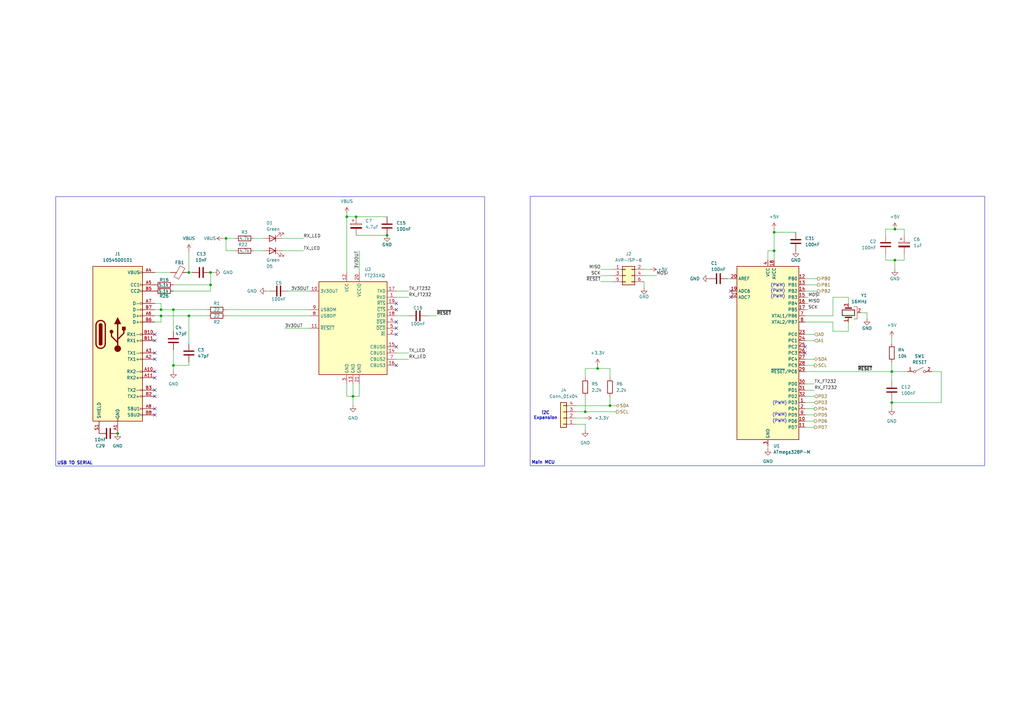
<source format=kicad_sch>
(kicad_sch (version 20231120) (generator "eeschema") (generator_version "8.0")
  (paper "A3")
  (title_block (title "Porto - Butterfly") (date "2025-02-23") (rev "v2.0"))
  (lib_symbols
    (symbol "Connector:USB_C_Receptacle" (pin_names (offset 1.016))
      (property "Reference" "J" (at -10.16 29.21 0))
      (property "Value" "USB_C_Receptacle" (at 10.16 29.21 0))
      (symbol "USB_C_Receptacle_0_0"
        (rectangle (start -0.254 -35.56) (end 0.254 -34.544))
        (rectangle (start 10.16 -32.766) (end 9.144 -33.274))
        (rectangle (start 10.16 -30.226) (end 9.144 -30.734))
        (rectangle (start 10.16 -25.146) (end 9.144 -25.654))
        (rectangle (start 10.16 -22.606) (end 9.144 -23.114))
        (rectangle (start 10.16 -17.526) (end 9.144 -18.034))
        (rectangle (start 10.16 -14.986) (end 9.144 -15.494))
        (rectangle (start 10.16 -9.906) (end 9.144 -10.414))
        (rectangle (start 10.16 -7.366) (end 9.144 -7.874))
        (rectangle (start 10.16 -2.286) (end 9.144 -2.794))
        (rectangle (start 10.16 0.254) (end 9.144 -0.254))
        (rectangle (start 10.16 5.334) (end 9.144 4.826))
        (rectangle (start 10.16 7.874) (end 9.144 7.366))
        (rectangle (start 10.16 10.414) (end 9.144 9.906))
        (rectangle (start 10.16 12.954) (end 9.144 12.446))
        (rectangle (start 10.16 18.034) (end 9.144 17.526))
        (rectangle (start 10.16 20.574) (end 9.144 20.066))
        (rectangle (start 10.16 25.654) (end 9.144 25.146))
      )
      (symbol "USB_C_Receptacle_0_1"
        (rectangle (start -10.16 27.94) (end 10.16 -35.56) (stroke (width 0.254)) (fill (type background)))
        (arc (start -8.89 -3.81) (mid -6.985 -5.7067) (end -5.08 -3.81) (stroke (width 0.508)))
        (arc (start -7.62 -3.81) (mid -6.985 -4.4423) (end -6.35 -3.81) (stroke (width 0.254)))
        (arc (start -7.62 -3.81) (mid -6.985 -4.4423) (end -6.35 -3.81) (stroke (width 0.254)) (fill (type outline)))
        (rectangle (start -7.62 -3.81) (end -6.35 3.81) (stroke (width 0.254)) (fill (type outline)))
        (arc (start -6.35 3.81) (mid -6.985 4.4423) (end -7.62 3.81) (stroke (width 0.254)))
        (arc (start -6.35 3.81) (mid -6.985 4.4423) (end -7.62 3.81) (stroke (width 0.254)) (fill (type outline)))
        (arc (start -5.08 3.81) (mid -6.985 5.7067) (end -8.89 3.81) (stroke (width 0.508)))
        (polyline (pts (xy -8.89 -3.81) (xy -8.89 3.81)) (stroke (width 0.508)))
        (polyline (pts (xy -5.08 3.81) (xy -5.08 -3.81)) (stroke (width 0.508)))
      )
      (symbol "USB_C_Receptacle_1_1"
        (circle (center -2.54 1.143) (radius 0.635) (stroke (width 0.254)) (fill (type outline)))
        (circle (center 0 -5.842) (radius 1.27) (fill (type outline)))
        (polyline (pts (xy 0 -5.842) (xy 0 4.318)) (stroke (width 0.508)))
        (polyline (pts (xy 0 -3.302) (xy -2.54 -0.762) (xy -2.54 0.508)) (stroke (width 0.508)))
        (polyline (pts (xy 0 -2.032) (xy 2.54 0.508) (xy 2.54 1.778)) (stroke (width 0.508)))
        (polyline (pts (xy -1.27 4.318) (xy 0 6.858) (xy 1.27 4.318) (xy -1.27 4.318)) (stroke (width 0.254)) (fill (type outline)))
        (rectangle (start 1.905 1.778) (end 3.175 3.048) (stroke (width 0.254)) (fill (type outline)))
        (pin passive line (at 0 -40.64 90) (length 5.08) (name "GND") (number "A1"))
        (pin bidirectional line (at 15.24 -15.24 180) (length 5.08) (name "RX2-") (number "A10"))
        (pin bidirectional line (at 15.24 -17.78 180) (length 5.08) (name "RX2+") (number "A11"))
        (pin passive line (at 0 -40.64 90) (length 5.08) hide (name "GND") (number "A12"))
        (pin bidirectional line (at 15.24 -10.16 180) (length 5.08) (name "TX1+") (number "A2"))
        (pin bidirectional line (at 15.24 -7.62 180) (length 5.08) (name "TX1-") (number "A3"))
        (pin passive line (at 15.24 25.4 180) (length 5.08) (name "VBUS") (number "A4"))
        (pin bidirectional line (at 15.24 20.32 180) (length 5.08) (name "CC1") (number "A5"))
        (pin bidirectional line (at 15.24 7.62 180) (length 5.08) (name "D+") (number "A6"))
        (pin bidirectional line (at 15.24 12.7 180) (length 5.08) (name "D-") (number "A7"))
        (pin bidirectional line (at 15.24 -30.48 180) (length 5.08) (name "SBU1") (number "A8"))
        (pin passive line (at 15.24 25.4 180) (length 5.08) hide (name "VBUS") (number "A9"))
        (pin passive line (at 0 -40.64 90) (length 5.08) hide (name "GND") (number "B1"))
        (pin bidirectional line (at 15.24 0 180) (length 5.08) (name "RX1-") (number "B10"))
        (pin bidirectional line (at 15.24 -2.54 180) (length 5.08) (name "RX1+") (number "B11"))
        (pin passive line (at 0 -40.64 90) (length 5.08) hide (name "GND") (number "B12"))
        (pin bidirectional line (at 15.24 -25.4 180) (length 5.08) (name "TX2+") (number "B2"))
        (pin bidirectional line (at 15.24 -22.86 180) (length 5.08) (name "TX2-") (number "B3"))
        (pin passive line (at 15.24 25.4 180) (length 5.08) hide (name "VBUS") (number "B4"))
        (pin bidirectional line (at 15.24 17.78 180) (length 5.08) (name "CC2") (number "B5"))
        (pin bidirectional line (at 15.24 5.08 180) (length 5.08) (name "D+") (number "B6"))
        (pin bidirectional line (at 15.24 10.16 180) (length 5.08) (name "D-") (number "B7"))
        (pin bidirectional line (at 15.24 -33.02 180) (length 5.08) (name "SBU2") (number "B8"))
        (pin passive line (at 15.24 25.4 180) (length 5.08) hide (name "VBUS") (number "B9"))
        (pin passive line (at -7.62 -40.64 90) (length 5.08) (name "SHIELD") (number "S1"))
      )
    )
    (symbol "Connector_Generic:Conn_01x04" (pin_names (offset 1.016) hide)
      (property "Reference" "J" (at 0 5.08 0))
      (property "Value" "Conn_01x04" (at 0 -7.62 0))
      (symbol "Conn_01x04_1_1"
        (rectangle (start -1.27 -4.953) (end 0 -5.207) (stroke (width 0.1524)))
        (rectangle (start -1.27 -2.413) (end 0 -2.667) (stroke (width 0.1524)))
        (rectangle (start -1.27 0.127) (end 0 -0.127) (stroke (width 0.1524)))
        (rectangle (start -1.27 2.667) (end 0 2.413) (stroke (width 0.1524)))
        (rectangle (start -1.27 3.81) (end 1.27 -6.35) (stroke (width 0.254)) (fill (type background)))
        (pin passive line (at -5.08 2.54 0) (length 3.81) (name "Pin_1") (number "1"))
        (pin passive line (at -5.08 0 0) (length 3.81) (name "Pin_2") (number "2"))
        (pin passive line (at -5.08 -2.54 0) (length 3.81) (name "Pin_3") (number "3"))
        (pin passive line (at -5.08 -5.08 0) (length 3.81) (name "Pin_4") (number "4"))
      )
    )
    (symbol "Connector_Generic:Conn_02x03_Odd_Even" (pin_names (offset 1.016) hide)
      (property "Reference" "J" (at 1.27 5.08 0))
      (property "Value" "Conn_02x03_Odd_Even" (at 1.27 -5.08 0))
      (symbol "Conn_02x03_Odd_Even_1_1"
        (rectangle (start -1.27 -2.413) (end 0 -2.667) (stroke (width 0.1524)))
        (rectangle (start -1.27 0.127) (end 0 -0.127) (stroke (width 0.1524)))
        (rectangle (start -1.27 2.667) (end 0 2.413) (stroke (width 0.1524)))
        (rectangle (start -1.27 3.81) (end 3.81 -3.81) (stroke (width 0.254)) (fill (type background)))
        (rectangle (start 3.81 -2.413) (end 2.54 -2.667) (stroke (width 0.1524)))
        (rectangle (start 3.81 0.127) (end 2.54 -0.127) (stroke (width 0.1524)))
        (rectangle (start 3.81 2.667) (end 2.54 2.413) (stroke (width 0.1524)))
        (pin passive line (at -5.08 2.54 0) (length 3.81) (name "Pin_1") (number "1"))
        (pin passive line (at 7.62 2.54 180) (length 3.81) (name "Pin_2") (number "2"))
        (pin passive line (at -5.08 0 0) (length 3.81) (name "Pin_3") (number "3"))
        (pin passive line (at 7.62 0 180) (length 3.81) (name "Pin_4") (number "4"))
        (pin passive line (at -5.08 -2.54 0) (length 3.81) (name "Pin_5") (number "5"))
        (pin passive line (at 7.62 -2.54 180) (length 3.81) (name "Pin_6") (number "6"))
      )
    )
    (symbol "Device:C" (pin_numbers hide) (pin_names (offset 0.254))
      (property "Reference" "C" (at 0.635 2.54 0))
      (property "Value" "C" (at 0.635 -2.54 0))
      (symbol "C_0_1"
        (polyline (pts (xy -2.032 -0.762) (xy 2.032 -0.762)) (stroke (width 0.508)))
        (polyline (pts (xy -2.032 0.762) (xy 2.032 0.762)) (stroke (width 0.508)))
      )
      (symbol "C_1_1"
        (pin passive line (at 0 3.81 270) (length 2.794) (name "~") (number "1"))
        (pin passive line (at 0 -3.81 90) (length 2.794) (name "~") (number "2"))
      )
    )
    (symbol "Device:C_Polarized" (pin_numbers hide) (pin_names (offset 0.254))
      (property "Reference" "C" (at 0.635 2.54 0))
      (property "Value" "C_Polarized" (at 0.635 -2.54 0))
      (symbol "C_Polarized_0_1"
        (rectangle (start -2.286 0.508) (end 2.286 1.016))
        (polyline (pts (xy -1.778 2.286) (xy -0.762 2.286)))
        (polyline (pts (xy -1.27 2.794) (xy -1.27 1.778)))
        (rectangle (start 2.286 -0.508) (end -2.286 -1.016) (fill (type outline)))
      )
      (symbol "C_Polarized_1_1"
        (pin passive line (at 0 3.81 270) (length 2.794) (name "~") (number "1"))
        (pin passive line (at 0 -3.81 90) (length 2.794) (name "~") (number "2"))
      )
    )
    (symbol "Device:Crystal_GND2" (pin_names (offset 1.016) hide)
      (property "Reference" "Y" (at 0 5.715 0))
      (property "Value" "Crystal_GND2" (at 0 3.81 0))
      (symbol "Crystal_GND2_0_1"
        (rectangle (start -1.143 2.54) (end 1.143 -2.54) (stroke (width 0.3048)))
        (polyline (pts (xy -2.54 0) (xy -1.905 0)))
        (polyline (pts (xy -1.905 -1.27) (xy -1.905 1.27)) (stroke (width 0.508)))
        (polyline (pts (xy 0 -3.81) (xy 0 -3.556)))
        (polyline (pts (xy 1.905 0) (xy 2.54 0)))
        (polyline (pts (xy 1.905 1.27) (xy 1.905 -1.27)) (stroke (width 0.508)))
        (polyline (pts (xy -2.54 -2.286) (xy -2.54 -3.556) (xy 2.54 -3.556) (xy 2.54 -2.286)))
      )
      (symbol "Crystal_GND2_1_1"
        (pin passive line (at -3.81 0 0) (length 1.27) (name "1") (number "1"))
        (pin passive line (at 0 -5.08 90) (length 1.27) (name "2") (number "2"))
        (pin passive line (at 3.81 0 180) (length 1.27) (name "3") (number "3"))
      )
    )
    (symbol "Device:FerriteBead" (pin_numbers hide) (pin_names (offset 0))
      (property "Reference" "FB" (at -3.81 0.635 90))
      (property "Value" "FerriteBead" (at 3.81 0 90))
      (symbol "FerriteBead_0_1"
        (polyline (pts (xy 0 -1.27) (xy 0 -1.2192)))
        (polyline (pts (xy 0 1.27) (xy 0 1.2954)))
        (polyline (pts (xy -2.7686 0.4064) (xy -1.7018 2.2606) (xy 2.7686 -0.3048) (xy 1.6764 -2.159) (xy -2.7686 0.4064)))
      )
      (symbol "FerriteBead_1_1"
        (pin passive line (at 0 3.81 270) (length 2.54) (name "~") (number "1"))
        (pin passive line (at 0 -3.81 90) (length 2.54) (name "~") (number "2"))
      )
    )
    (symbol "Device:LED" (pin_numbers hide) (pin_names (offset 1.016) hide)
      (property "Reference" "D" (at 0 2.54 0))
      (property "Value" "LED" (at 0 -2.54 0))
      (symbol "LED_0_1"
        (polyline (pts (xy -1.27 -1.27) (xy -1.27 1.27)) (stroke (width 0.254)))
        (polyline (pts (xy -1.27 0) (xy 1.27 0)))
        (polyline (pts (xy 1.27 -1.27) (xy 1.27 1.27) (xy -1.27 0) (xy 1.27 -1.27)) (stroke (width 0.254)))
        (polyline (pts (xy -3.048 -0.762) (xy -4.572 -2.286) (xy -3.81 -2.286) (xy -4.572 -2.286) (xy -4.572 -1.524)))
        (polyline (pts (xy -1.778 -0.762) (xy -3.302 -2.286) (xy -2.54 -2.286) (xy -3.302 -2.286) (xy -3.302 -1.524)))
      )
      (symbol "LED_1_1"
        (pin passive line (at -3.81 0 0) (length 2.54) (name "K") (number "1"))
        (pin passive line (at 3.81 0 180) (length 2.54) (name "A") (number "2"))
      )
    )
    (symbol "Device:R" (pin_numbers hide) (pin_names (offset 0))
      (property "Reference" "R" (at 2.032 0 90))
      (property "Value" "R" (at 0 0 90))
      (symbol "R_0_1"
        (rectangle (start -1.016 -2.54) (end 1.016 2.54) (stroke (width 0.254)))
      )
      (symbol "R_1_1"
        (pin passive line (at 0 3.81 270) (length 1.27) (name "~") (number "1"))
        (pin passive line (at 0 -3.81 90) (length 1.27) (name "~") (number "2"))
      )
    )
    (symbol "Interface_USB:FT231XQ"
      (property "Reference" "U" (at -13.97 20.32 0))
      (property "Value" "FT231XQ" (at 6.35 20.32 0))
      (symbol "FT231XQ_0_1"
        (rectangle (start -13.97 19.05) (end 13.97 -19.05) (stroke (width 0.254)) (fill (type background)))
      )
      (symbol "FT231XQ_1_1"
        (pin input line (at 17.78 12.7 180) (length 3.81) (name "RXD") (number "1"))
        (pin power_out line (at -17.78 15.24 0) (length 3.81) (name "3V3OUT") (number "10"))
        (pin input line (at -17.78 0 0) (length 3.81) (name "~{RESET}") (number "11"))
        (pin power_in line (at -2.54 22.86 270) (length 3.81) (name "VCC") (number "12"))
        (pin power_in line (at 0 -22.86 90) (length 3.81) (name "GND") (number "13"))
        (pin bidirectional line (at 17.78 -10.16 180) (length 3.81) (name "CBUS1") (number "14"))
        (pin bidirectional line (at 17.78 -7.62 180) (length 3.81) (name "CBUS0") (number "15"))
        (pin bidirectional line (at 17.78 -15.24 180) (length 3.81) (name "CBUS3") (number "16"))
        (pin output line (at 17.78 15.24 180) (length 3.81) (name "TXD") (number "17"))
        (pin output line (at 17.78 5.08 180) (length 3.81) (name "~{DTR}") (number "18"))
        (pin output line (at 17.78 10.16 180) (length 3.81) (name "~{RTS}") (number "19"))
        (pin input line (at 17.78 -2.54 180) (length 3.81) (name "~{RI}") (number "2"))
        (pin power_in line (at 2.54 22.86 270) (length 3.81) (name "VCCIO") (number "20"))
        (pin power_in line (at 2.54 -22.86 90) (length 3.81) (name "GND") (number "21"))
        (pin power_in line (at -2.54 -22.86 90) (length 3.81) (name "GND") (number "3"))
        (pin input line (at 17.78 2.54 180) (length 3.81) (name "~{DSR}") (number "4"))
        (pin input line (at 17.78 0 180) (length 3.81) (name "~{DCD}") (number "5"))
        (pin input line (at 17.78 7.62 180) (length 3.81) (name "~{CTS}") (number "6"))
        (pin bidirectional line (at 17.78 -12.7 180) (length 3.81) (name "CBUS2") (number "7"))
        (pin bidirectional line (at -17.78 5.08 0) (length 3.81) (name "USBDP") (number "8"))
        (pin bidirectional line (at -17.78 7.62 0) (length 3.81) (name "USBDM") (number "9"))
      )
    )
    (symbol "MCU_Microchip_ATmega:ATmega328P-M"
      (property "Reference" "U" (at -12.7 36.83 0))
      (property "Value" "ATmega328P-M" (at 2.54 -36.83 0))
      (symbol "ATmega328P-M_0_1"
        (rectangle (start -12.7 -35.56) (end 12.7 35.56) (stroke (width 0.254)) (fill (type background)))
      )
      (symbol "ATmega328P-M_1_1"
        (pin bidirectional line (at 15.24 -20.32 180) (length 2.54) (name "PD3") (number "1"))
        (pin bidirectional line (at 15.24 -27.94 180) (length 2.54) (name "PD6") (number "10"))
        (pin bidirectional line (at 15.24 -30.48 180) (length 2.54) (name "PD7") (number "11"))
        (pin bidirectional line (at 15.24 30.48 180) (length 2.54) (name "PB0") (number "12"))
        (pin bidirectional line (at 15.24 27.94 180) (length 2.54) (name "PB1") (number "13"))
        (pin bidirectional line (at 15.24 25.4 180) (length 2.54) (name "PB2") (number "14"))
        (pin bidirectional line (at 15.24 22.86 180) (length 2.54) (name "PB3") (number "15"))
        (pin bidirectional line (at 15.24 20.32 180) (length 2.54) (name "PB4") (number "16"))
        (pin bidirectional line (at 15.24 17.78 180) (length 2.54) (name "PB5") (number "17"))
        (pin power_in line (at 2.54 38.1 270) (length 2.54) (name "AVCC") (number "18"))
        (pin input line (at -15.24 25.4 0) (length 2.54) (name "ADC6") (number "19"))
        (pin bidirectional line (at 15.24 -22.86 180) (length 2.54) (name "PD4") (number "2"))
        (pin passive line (at -15.24 30.48 0) (length 2.54) (name "AREF") (number "20"))
        (pin passive line (at 0 -38.1 90) (length 2.54) hide (name "GND") (number "21"))
        (pin input line (at -15.24 22.86 0) (length 2.54) (name "ADC7") (number "22"))
        (pin bidirectional line (at 15.24 7.62 180) (length 2.54) (name "PC0") (number "23"))
        (pin bidirectional line (at 15.24 5.08 180) (length 2.54) (name "PC1") (number "24"))
        (pin bidirectional line (at 15.24 2.54 180) (length 2.54) (name "PC2") (number "25"))
        (pin bidirectional line (at 15.24 0 180) (length 2.54) (name "PC3") (number "26"))
        (pin bidirectional line (at 15.24 -2.54 180) (length 2.54) (name "PC4") (number "27"))
        (pin bidirectional line (at 15.24 -5.08 180) (length 2.54) (name "PC5") (number "28"))
        (pin bidirectional line (at 15.24 -7.62 180) (length 2.54) (name "~{RESET}/PC6") (number "29"))
        (pin power_in line (at 0 -38.1 90) (length 2.54) (name "GND") (number "3"))
        (pin bidirectional line (at 15.24 -12.7 180) (length 2.54) (name "PD0") (number "30"))
        (pin bidirectional line (at 15.24 -15.24 180) (length 2.54) (name "PD1") (number "31"))
        (pin bidirectional line (at 15.24 -17.78 180) (length 2.54) (name "PD2") (number "32"))
        (pin passive line (at 0 -38.1 90) (length 2.54) hide (name "GND") (number "33"))
        (pin power_in line (at 0 38.1 270) (length 2.54) (name "VCC") (number "4"))
        (pin passive line (at 0 -38.1 90) (length 2.54) hide (name "GND") (number "5"))
        (pin passive line (at 0 38.1 270) (length 2.54) hide (name "VCC") (number "6"))
        (pin bidirectional line (at 15.24 15.24 180) (length 2.54) (name "XTAL1/PB6") (number "7"))
        (pin bidirectional line (at 15.24 12.7 180) (length 2.54) (name "XTAL2/PB7") (number "8"))
        (pin bidirectional line (at 15.24 -25.4 180) (length 2.54) (name "PD5") (number "9"))
      )
    )
    (symbol "Switch:SW_SPST" (pin_names (offset 0) hide)
      (property "Reference" "SW" (at 0 3.175 0))
      (property "Value" "SW_SPST" (at 0 -2.54 0))
      (symbol "SW_SPST_0_0"
        (circle (center -2.032 0) (radius 0.508))
        (polyline (pts (xy -1.524 0.254) (xy 1.524 1.778)))
        (circle (center 2.032 0) (radius 0.508))
      )
      (symbol "SW_SPST_1_1"
        (pin passive line (at -5.08 0 0) (length 2.54) (name "A") (number "1"))
        (pin passive line (at 5.08 0 180) (length 2.54) (name "B") (number "2"))
      )
    )
    (symbol "power:+3.3V" (power) (pin_numbers hide) (pin_names (offset 0) hide)
      (property "Value" "+3.3V" (at 0 3.556 0))
      (symbol "+3.3V_0_1"
        (polyline (pts (xy -0.762 1.27) (xy 0 2.54)))
        (polyline (pts (xy 0 0) (xy 0 2.54)))
        (polyline (pts (xy 0 2.54) (xy 0.762 1.27)))
      )
      (symbol "+3.3V_1_1"
        (pin power_in line (at 0 0 90) (length 0) (name "~") (number "1"))
      )
    )
    (symbol "power:+5V" (power) (pin_numbers hide) (pin_names (offset 0) hide)
      (property "Value" "+5V" (at 0 3.556 0))
      (symbol "+5V_0_1"
        (polyline (pts (xy -0.762 1.27) (xy 0 2.54)))
        (polyline (pts (xy 0 0) (xy 0 2.54)))
        (polyline (pts (xy 0 2.54) (xy 0.762 1.27)))
      )
      (symbol "+5V_1_1"
        (pin power_in line (at 0 0 90) (length 0) (name "~") (number "1"))
      )
    )
    (symbol "power:GND" (power) (pin_numbers hide) (pin_names (offset 0) hide)
      (property "Value" "GND" (at 0 -3.81 0))
      (symbol "GND_0_1"
        (polyline (pts (xy 0 0) (xy 0 -1.27) (xy 1.27 -1.27) (xy 0 -2.54) (xy -1.27 -1.27) (xy 0 -1.27)))
      )
      (symbol "GND_1_1"
        (pin power_in line (at 0 0 270) (length 0) (name "~") (number "1"))
      )
    )
    (symbol "power:VBUS" (power) (pin_numbers hide) (pin_names (offset 0) hide)
      (property "Value" "VBUS" (at 0 3.556 0))
      (symbol "VBUS_0_1"
        (polyline (pts (xy -0.762 1.27) (xy 0 2.54)))
        (polyline (pts (xy 0 0) (xy 0 2.54)))
        (polyline (pts (xy 0 2.54) (xy 0.762 1.27)))
      )
      (symbol "VBUS_1_1"
        (pin power_in line (at 0 0 90) (length 0) (name "~") (number "1"))
      )
    )
  )
  (junction (at 240.03 168.91))
  (junction (at 77.47 129.54))
  (junction (at 71.12 127))
  (junction (at 146.05 88.9))
  (junction (at 367.03 106.68))
  (junction (at 367.03 93.98))
  (junction (at 365.76 165.1))
  (junction (at 86.36 116.84))
  (junction (at 317.5 102.87))
  (junction (at 317.5 95.25))
  (junction (at 142.24 88.9))
  (junction (at 71.12 149.86))
  (junction (at 92.71 97.79))
  (junction (at 77.47 111.76))
  (junction (at 66.04 129.54))
  (junction (at 158.75 96.52))
  (junction (at 48.26 177.8))
  (junction (at 144.78 162.56))
  (junction (at 245.11 151.13))
  (junction (at 66.04 127))
  (junction (at 250.19 166.37))
  (junction (at 86.36 111.76))
  (junction (at 365.76 152.4))
  (no_connect (at 330.2 144.78))
  (no_connect (at 63.5 160.02))
  (no_connect (at 63.5 144.78))
  (no_connect (at 63.5 167.64))
  (no_connect (at 299.72 121.92))
  (no_connect (at 162.56 124.46))
  (no_connect (at 162.56 149.86))
  (no_connect (at 63.5 154.94))
  (no_connect (at 63.5 137.16))
  (no_connect (at 330.2 142.24))
  (no_connect (at 63.5 152.4))
  (no_connect (at 299.72 119.38))
  (no_connect (at 63.5 162.56))
  (no_connect (at 63.5 139.7))
  (no_connect (at 162.56 142.24))
  (no_connect (at 63.5 147.32))
  (no_connect (at 162.56 127))
  (no_connect (at 162.56 134.62))
  (no_connect (at 63.5 170.18))
  (no_connect (at 162.56 132.08))
  (no_connect (at 162.56 137.16))
  (wire (pts (xy 250.19 166.37) (xy 252.73 166.37)))
  (wire (pts (xy 71.12 116.84) (xy 86.36 116.84)))
  (wire (pts (xy 142.24 157.48) (xy 142.24 162.56)))
  (wire (pts (xy 71.12 119.38) (xy 86.36 119.38)))
  (wire (pts (xy 162.56 147.32) (xy 167.64 147.32)))
  (wire (pts (xy 92.71 102.87) (xy 92.71 97.79)))
  (wire (pts (xy 365.76 152.4) (xy 365.76 156.21)))
  (wire (pts (xy 146.05 88.9) (xy 158.75 88.9)))
  (wire (pts (xy 236.22 168.91) (xy 240.03 168.91)))
  (wire (pts (xy 63.5 129.54) (xy 66.04 129.54)))
  (wire (pts (xy 71.12 143.51) (xy 71.12 149.86)))
  (wire (pts (xy 236.22 171.45) (xy 240.03 171.45)))
  (wire (pts (xy 330.2 121.92) (xy 331.47 121.92)))
  (wire (pts (xy 363.22 104.14) (xy 363.22 106.68)))
  (wire (pts (xy 240.03 151.13) (xy 240.03 154.94)))
  (wire (pts (xy 326.39 95.25) (xy 317.5 95.25)))
  (wire (pts (xy 104.14 102.87) (xy 107.95 102.87)))
  (wire (pts (xy 240.03 151.13) (xy 245.11 151.13)))
  (wire (pts (xy 91.44 97.79) (xy 92.71 97.79)))
  (wire (pts (xy 236.22 166.37) (xy 250.19 166.37)))
  (wire (pts (xy 77.47 129.54) (xy 85.09 129.54)))
  (wire (pts (xy 363.22 93.98) (xy 363.22 96.52)))
  (wire (pts (xy 330.2 114.3) (xy 335.28 114.3)))
  (wire (pts (xy 144.78 162.56) (xy 147.32 162.56)))
  (wire (pts (xy 144.78 157.48) (xy 144.78 162.56)))
  (wire (pts (xy 146.05 96.52) (xy 158.75 96.52)))
  (wire (pts (xy 63.5 127) (xy 66.04 127)))
  (wire (pts (xy 330.2 157.48) (xy 334.01 157.48)))
  (wire (pts (xy 341.63 129.54) (xy 341.63 121.92)))
  (wire (pts (xy 63.5 111.76) (xy 69.85 111.76)))
  (wire (pts (xy 77.47 148.59) (xy 77.47 149.86)))
  (wire (pts (xy 92.71 102.87) (xy 96.52 102.87)))
  (wire (pts (xy 330.2 170.18) (xy 334.01 170.18)))
  (wire (pts (xy 250.19 151.13) (xy 250.19 154.94)))
  (wire (pts (xy 86.36 116.84) (xy 86.36 111.76)))
  (wire (pts (xy 142.24 88.9) (xy 146.05 88.9)))
  (wire (pts (xy 63.5 124.46) (xy 66.04 124.46)))
  (wire (pts (xy 386.08 152.4) (xy 386.08 165.1)))
  (wire (pts (xy 269.24 113.03) (xy 264.16 113.03)))
  (wire (pts (xy 330.2 162.56) (xy 334.01 162.56)))
  (wire (pts (xy 77.47 111.76) (xy 78.74 111.76)))
  (wire (pts (xy 353.06 128.27) (xy 355.6 128.27)))
  (wire (pts (xy 246.38 110.49) (xy 251.46 110.49)))
  (wire (pts (xy 330.2 132.08) (xy 341.63 132.08)))
  (wire (pts (xy 330.2 137.16) (xy 334.01 137.16)))
  (wire (pts (xy 264.16 115.57) (xy 264.16 118.11)))
  (wire (pts (xy 266.7 110.49) (xy 264.16 110.49)))
  (wire (pts (xy 175.26 129.54) (xy 179.07 129.54)))
  (wire (pts (xy 382.27 152.4) (xy 386.08 152.4)))
  (wire (pts (xy 386.08 165.1) (xy 365.76 165.1)))
  (wire (pts (xy 341.63 121.92) (xy 347.98 121.92)))
  (wire (pts (xy 365.76 152.4) (xy 372.11 152.4)))
  (wire (pts (xy 240.03 173.99) (xy 240.03 176.53)))
  (wire (pts (xy 363.22 106.68) (xy 367.03 106.68)))
  (wire (pts (xy 71.12 127) (xy 85.09 127)))
  (wire (pts (xy 246.38 115.57) (xy 251.46 115.57)))
  (wire (pts (xy 71.12 149.86) (xy 77.47 149.86)))
  (wire (pts (xy 367.03 93.98) (xy 370.84 93.98)))
  (wire (pts (xy 250.19 162.56) (xy 250.19 166.37)))
  (wire (pts (xy 370.84 104.14) (xy 370.84 106.68)))
  (wire (pts (xy 330.2 139.7) (xy 334.01 139.7)))
  (wire (pts (xy 298.45 114.3) (xy 299.72 114.3)))
  (wire (pts (xy 330.2 119.38) (xy 335.28 119.38)))
  (wire (pts (xy 330.2 149.86) (xy 334.01 149.86)))
  (wire (pts (xy 330.2 175.26) (xy 334.01 175.26)))
  (wire (pts (xy 314.96 102.87) (xy 317.5 102.87)))
  (wire (pts (xy 341.63 132.08) (xy 341.63 135.89)))
  (wire (pts (xy 144.78 162.56) (xy 144.78 166.37)))
  (wire (pts (xy 92.71 129.54) (xy 127 129.54)))
  (wire (pts (xy 63.5 132.08) (xy 66.04 132.08)))
  (wire (pts (xy 365.76 163.83) (xy 365.76 165.1)))
  (wire (pts (xy 92.71 127) (xy 127 127)))
  (wire (pts (xy 66.04 129.54) (xy 77.47 129.54)))
  (wire (pts (xy 71.12 127) (xy 71.12 135.89)))
  (wire (pts (xy 365.76 138.43) (xy 365.76 140.97)))
  (wire (pts (xy 330.2 127) (xy 331.47 127)))
  (wire (pts (xy 236.22 173.99) (xy 240.03 173.99)))
  (wire (pts (xy 87.63 111.76) (xy 86.36 111.76)))
  (wire (pts (xy 330.2 165.1) (xy 334.01 165.1)))
  (wire (pts (xy 162.56 119.38) (xy 167.64 119.38)))
  (wire (pts (xy 115.57 97.79) (xy 124.46 97.79)))
  (wire (pts (xy 246.38 113.03) (xy 251.46 113.03)))
  (wire (pts (xy 331.47 124.46) (xy 330.2 124.46)))
  (wire (pts (xy 240.03 168.91) (xy 252.73 168.91)))
  (wire (pts (xy 142.24 88.9) (xy 142.24 111.76)))
  (wire (pts (xy 330.2 116.84) (xy 335.28 116.84)))
  (wire (pts (xy 363.22 93.98) (xy 367.03 93.98)))
  (wire (pts (xy 347.98 121.92) (xy 347.98 124.46)))
  (wire (pts (xy 86.36 119.38) (xy 86.36 116.84)))
  (wire (pts (xy 341.63 135.89) (xy 347.98 135.89)))
  (wire (pts (xy 147.32 102.87) (xy 147.32 111.76)))
  (wire (pts (xy 330.2 160.02) (xy 334.01 160.02)))
  (wire (pts (xy 317.5 95.25) (xy 317.5 102.87)))
  (wire (pts (xy 370.84 96.52) (xy 370.84 93.98)))
  (wire (pts (xy 330.2 172.72) (xy 334.01 172.72)))
  (wire (pts (xy 66.04 124.46) (xy 66.04 127)))
  (wire (pts (xy 116.84 134.62) (xy 127 134.62)))
  (wire (pts (xy 245.11 149.86) (xy 245.11 151.13)))
  (wire (pts (xy 367.03 106.68) (xy 367.03 110.49)))
  (wire (pts (xy 245.11 151.13) (xy 250.19 151.13)))
  (wire (pts (xy 142.24 162.56) (xy 144.78 162.56)))
  (wire (pts (xy 330.2 167.64) (xy 334.01 167.64)))
  (wire (pts (xy 330.2 147.32) (xy 334.01 147.32)))
  (wire (pts (xy 314.96 106.68) (xy 314.96 102.87)))
  (wire (pts (xy 66.04 127) (xy 71.12 127)))
  (wire (pts (xy 162.56 129.54) (xy 167.64 129.54)))
  (wire (pts (xy 147.32 162.56) (xy 147.32 157.48)))
  (wire (pts (xy 110.49 119.38) (xy 109.22 119.38)))
  (wire (pts (xy 317.5 106.68) (xy 317.5 102.87)))
  (wire (pts (xy 330.2 129.54) (xy 341.63 129.54)))
  (wire (pts (xy 314.96 182.88) (xy 314.96 184.15)))
  (wire (pts (xy 142.24 87.63) (xy 142.24 88.9)))
  (wire (pts (xy 162.56 121.92) (xy 167.64 121.92)))
  (wire (pts (xy 317.5 93.98) (xy 317.5 95.25)))
  (wire (pts (xy 367.03 106.68) (xy 370.84 106.68)))
  (wire (pts (xy 66.04 132.08) (xy 66.04 129.54)))
  (wire (pts (xy 71.12 149.86) (xy 71.12 152.4)))
  (wire (pts (xy 115.57 102.87) (xy 124.46 102.87)))
  (wire (pts (xy 365.76 148.59) (xy 365.76 152.4)))
  (wire (pts (xy 104.14 97.79) (xy 107.95 97.79)))
  (wire (pts (xy 347.98 132.08) (xy 347.98 135.89)))
  (wire (pts (xy 77.47 102.87) (xy 77.47 111.76)))
  (wire (pts (xy 365.76 165.1) (xy 365.76 167.64)))
  (wire (pts (xy 162.56 144.78) (xy 167.64 144.78)))
  (wire (pts (xy 118.11 119.38) (xy 127 119.38)))
  (wire (pts (xy 330.2 152.4) (xy 365.76 152.4)))
  (wire (pts (xy 77.47 129.54) (xy 77.47 140.97)))
  (wire (pts (xy 355.6 128.27) (xy 355.6 130.81)))
  (wire (pts (xy 92.71 97.79) (xy 96.52 97.79)))
  (wire (pts (xy 240.03 162.56) (xy 240.03 168.91)))
  (rectangle (start 22.86 80.645) (end 198.755 191.135))
  (rectangle (start 217.424 80.518) (end 403.86 191.008))
  (text "(PWM)" (at 319.786 172.72 0) (effects (font (size 1.27 1.27))))
  (text "Main MCU" (at 217.932 189.738 0) (effects (font (size 1.27 1.27) (thickness 0.254) (bold yes)) (justify left)))
  (text "USB TO SERIAL" (at 23.368 189.992 0) (effects (font (size 1.27 1.27) (thickness 0.254) (bold yes)) (justify left)))
  (text "(PWM)" (at 319.024 117.094 0) (effects (font (size 1.27 1.27))))
  (text "i2C\nExpansion" (at 223.774 170.434 0) (effects (font (size 1.27 1.27) (thickness 0.254) (bold yes))))
  (text "(PWM)" (at 319.024 121.666 0) (effects (font (size 1.27 1.27))))
  (text "(PWM)" (at 319.786 170.18 0) (effects (font (size 1.27 1.27))))
  (text "(PWM)" (at 319.024 119.38 0) (effects (font (size 1.27 1.27))))
  (text "(PWM)" (at 319.786 165.354 0) (effects (font (size 1.27 1.27))))
  (label "3V3OUT" (at 119.38 119.38 0))
  (label "MOSI" (at 331.47 121.92 0))
  (label "SCK" (at 331.47 127 0))
  (label "SCK" (at 246.38 113.03 180))
  (label "~{RESET}" (at 246.38 115.57 180))
  (label "MISO" (at 246.38 110.49 180))
  (label "~{RESET}" (at 351.79 152.4 0) (effects (font (thickness 0.254) (bold yes))))
  (label "3V3OUT" (at 116.84 134.62 0))
  (label "~{RESET}" (at 179.07 129.54 0) (effects (font (thickness 0.254) (bold yes))))
  (label "TX_LED" (at 124.46 102.87 0))
  (label "RX_LED" (at 167.64 147.32 0))
  (label "TX_FT232" (at 334.01 157.48 0))
  (label "RX_FT232" (at 167.64 121.92 0))
  (label "RX_LED" (at 124.46 97.79 0))
  (label "MISO" (at 331.47 124.46 0))
  (label "MOSI" (at 269.24 113.03 0))
  (label "3V3OUT" (at 147.32 102.87 270))
  (label "TX_FT232" (at 167.64 119.38 0))
  (label "RX_FT232" (at 334.01 160.02 0))
  (label "TX_LED" (at 167.64 144.78 0))
  (hierarchical_label "PD3" (shape input) (at 334.01 165.1 0))
  (hierarchical_label "PD5" (shape output) (at 334.01 170.18 0))
  (hierarchical_label "PD4" (shape output) (at 334.01 167.64 0))
  (hierarchical_label "PB0" (shape output) (at 335.28 114.3 0))
  (hierarchical_label "SDA" (shape bidirectional) (at 334.01 147.32 0))
  (hierarchical_label "SDA" (shape bidirectional) (at 252.73 166.37 0))
  (hierarchical_label "SCL" (shape output) (at 334.01 149.86 0))
  (hierarchical_label "A0" (shape input) (at 334.01 137.16 0))
  (hierarchical_label "PD6" (shape output) (at 334.01 172.72 0))
  (hierarchical_label "PB1" (shape output) (at 335.28 116.84 0))
  (hierarchical_label "A1" (shape input) (at 334.01 139.7 0))
  (hierarchical_label "PD2" (shape input) (at 334.01 162.56 0))
  (hierarchical_label "PD7" (shape output) (at 334.01 175.26 0))
  (hierarchical_label "PB2" (shape output) (at 335.28 119.38 0))
  (hierarchical_label "SCL" (shape output) (at 252.73 168.91 0))
  (symbol (lib_id "Device:C") (at 44.45 177.8 90) (unit 1)
    (property "Reference" "C29" (at 41.148 182.88 90))
    (property "Value" "10nF" (at 41.148 180.34 90))
    (property "Footprint" "Capacitor_SMD:C_0402_1005Metric" (effects (hide yes)))
    (property "Description" "50V 10nF X7R ±10% 0402 Multilayer Ceramic Capacitors MLCC - SMD/SMT ROHS" (effects (hide yes)))
    (property "JLC" "C15195" (effects (hide yes)))
  )
  (symbol (lib_id "power:GND") (at 240.03 176.53 0) (unit 1)
    (property "Reference" "#PWR063" (effects (hide yes)))
    (property "Value" "GND" (at 240.03 181.61 0))
    (property "Description" "Power symbol creates a global label with name \"GND\" , ground" (effects (hide yes)))
  )
  (symbol (lib_id "Device:FerriteBead") (at 73.66 111.76 90) (unit 1)
    (property "Reference" "FB1" (at 73.66 107.696 90))
    (property "Value" "150Ω@100MHz" (effects (hide yes)))
    (property "Footprint" "Inductor_SMD:L_0603_1608Metric" (effects (hide yes)))
    (property "Description" "±25% 150Ω@100MHz 0603 Ferrite Beads ROHS" (effects (hide yes)))
    (property "JLC" "C1003" (effects (hide yes)))
  )
  (symbol (lib_id "Device:C") (at 77.47 144.78 0) (unit 1)
    (property "Reference" "C3" (at 81.026 143.51 0) (effects (justify left)))
    (property "Value" "47pF" (at 81.026 146.05 0) (effects (justify left)))
    (property "Footprint" "Capacitor_SMD:C_0402_1005Metric" (effects (hide yes)))
    (property "Description" "50V 47pF C0G ±5% 0402 Multilayer Ceramic Capacitors MLCC - SMD/SMT ROHS" (effects (hide yes)))
    (property "JLC" "C1567" (effects (hide yes)))
  )
  (symbol (lib_id "power:GND") (at 326.39 102.87 0) (unit 1)
    (property "Reference" "#PWR059" (effects (hide yes)))
    (property "Value" "GND" (at 326.39 106.68 0))
    (property "Description" "Power symbol creates a global label with name \"GND\" , ground" (effects (hide yes)))
  )
  (symbol (lib_id "Device:R") (at 67.31 119.38 90) (unit 1)
    (property "Reference" "R26" (at 67.31 121.412 90))
    (property "Value" "5.1k" (at 67.056 119.38 90))
    (property "Footprint" "Resistor_SMD:R_0402_1005Metric_Pad0.72x0.64mm_HandSolder" (effects (hide yes)))
    (property "Description" "Resistor" (effects (hide yes)))
    (property "JLC" "C25905" (effects (hide yes)))
  )
  (symbol (lib_id "power:+3.3V") (at 245.11 149.86 0) (unit 1)
    (property "Reference" "#PWR05" (effects (hide yes)))
    (property "Value" "+3.3V" (at 245.11 144.78 0))
    (property "Description" "Power symbol creates a global label with name \"+3.3V\"" (effects (hide yes)))
  )
  (symbol (lib_id "Device:R") (at 100.33 97.79 90) (unit 1)
    (property "Reference" "R3" (at 101.6 95.25 90) (effects (justify left)))
    (property "Value" "4.7k" (at 102.362 97.79 90) (effects (justify left)))
    (property "Footprint" "Resistor_SMD:R_0402_1005Metric_Pad0.72x0.64mm_HandSolder" (effects (hide yes)))
    (property "Description" "Resistor" (effects (hide yes)))
    (property "JLC" "C25900" (effects (hide yes)))
  )
  (symbol (lib_id "Device:R") (at 88.9 129.54 90) (mirror x) (unit 1)
    (property "Reference" "R2" (at 88.9 132.08 90))
    (property "Value" "22" (at 88.9 129.54 90))
    (property "Footprint" "Resistor_SMD:R_0402_1005Metric_Pad0.72x0.64mm_HandSolder" (effects (hide yes)))
    (property "Description" "Resistor" (effects (hide yes)))
    (property "JLC" "C25092" (effects (hide yes)))
  )
  (symbol (lib_id "Device:C") (at 158.75 92.71 180) (unit 1)
    (property "Reference" "C15" (at 162.56 91.4399 0) (effects (justify right)))
    (property "Value" "100nF" (at 162.56 93.9799 0) (effects (justify right)))
    (property "Footprint" "Capacitor_SMD:C_0402_1005Metric" (effects (hide yes)))
    (property "Description" "16V 100nF X7R ±10% 0402 Multilayer Ceramic Capacitors MLCC - SMD/SMT ROHS" (effects (hide yes)))
    (property "JLC" "C1525" (effects (hide yes)))
  )
  (symbol (lib_id "power:+5V") (at 266.7 110.49 270) (mirror x) (unit 1)
    (property "Reference" "#PWR02" (effects (hide yes)))
    (property "Value" "+5V" (at 271.78 110.49 90))
    (property "Description" "Power symbol creates a global label with name \"+5V\"" (effects (hide yes)))
  )
  (symbol (lib_id "Device:LED") (at 111.76 102.87 0) (mirror y) (unit 1)
    (property "Reference" "D5" (at 109.22 109.22 0) (effects (justify right)))
    (property "Value" "Green" (at 109.22 106.68 0) (effects (justify right)))
    (property "Footprint" "LED_SMD:LED_0805_2012Metric" (effects (hide yes)))
    (property "Description" "Emerald 0805 LED Indication - Discrete ROHS" (effects (hide yes)))
    (property "JLC" "C2297" (effects (hide yes)))
  )
  (symbol (lib_id "MCU_Microchip_ATmega:ATmega328P-M") (at 314.96 144.78 0) (unit 1)
    (property "Reference" "U1" (at 317.1541 182.88 0) (effects (justify left)))
    (property "Value" "ATmega328P-M" (at 317.1541 185.42 0) (effects (justify left)))
    (property "Footprint" "Package_DFN_QFN:QFN-32-1EP_5x5mm_P0.5mm_EP3.1x3.1mm" (effects (hide yes)))
    (property "Datasheet" "http://ww1.microchip.com/downloads/en/DeviceDoc/ATmega328_P%20AVR%20MCU%20with%20picoPower%20Technology%20Data%20Sheet%2040001984A.pdf" (effects (hide yes)))
    (property "Description" "1.8V~5.5V AVR 20MHz 23 VQFN-32(5x5)  Microcontrollers (MCU/MPU/SOC) ROHS" (effects (hide yes)))
    (property "JLC" "C7499261" (effects (hide yes)))
  )
  (symbol (lib_id "Device:Crystal_GND2") (at 347.98 128.27 90) (unit 1)
    (property "Reference" "Y1" (at 355.6 121.158 90) (effects (justify left)))
    (property "Value" "16MHz" (at 355.6 123.698 90) (effects (justify left)))
    (property "Footprint" "butterfly-footprint-libs:SMD3213-3P" (effects (hide yes)))
    (property "Datasheet" "https://www.lcsc.com/datasheet/lcsc_datasheet_2201242130_Murata-Electronics-CSTNE16M0VH3C000R0_C882605.pdf" (effects (hide yes)))
    (property "Description" "Three pin crystal, GND on pin 2" (effects (hide yes)))
    (property "JLC" "C882605" (effects (hide yes)))
  )
  (symbol (lib_id "power:GND") (at 355.6 130.81 0) (unit 1)
    (property "Reference" "#PWR014" (effects (hide yes)))
    (property "Value" "GND" (at 355.6 134.62 0))
    (property "Description" "Power symbol creates a global label with name \"GND\" , ground" (effects (hide yes)))
  )
  (symbol (lib_id "Connector_Generic:Conn_02x03_Odd_Even") (at 256.54 113.03 0) (unit 1)
    (property "Reference" "J2" (at 257.81 104.14 0))
    (property "Value" "AVR-ISP-6" (at 257.81 106.68 0))
    (property "Footprint" "Connector_PinHeader_2.54mm:PinHeader_2x03_P2.54mm_Vertical" (effects (hide yes)))
    (property "Description" "Generic connector, double row, 02x03, odd/even pin numbering scheme (row 1 odd numbers, row 2 even numbers), script generated (kicad-library-utils/schlib/autogen/connector/)" (effects (hide yes)))
    (property "JLC" "C225518" (effects (hide yes)))
  )
  (symbol (lib_id "Device:C") (at 326.39 99.06 0) (unit 1)
    (property "Reference" "C31" (at 330.2 97.7899 0) (effects (justify left)))
    (property "Value" "100nF" (at 330.2 100.3299 0) (effects (justify left)))
    (property "Footprint" "Capacitor_SMD:C_0402_1005Metric" (effects (hide yes)))
    (property "Description" "16V 100nF X7R ±10% 0402 Multilayer Ceramic Capacitors MLCC - SMD/SMT ROHS" (effects (hide yes)))
    (property "JLC" "C1525" (effects (hide yes)))
  )
  (symbol (lib_id "Device:C") (at 294.64 114.3 270) (mirror x) (unit 1)
    (property "Reference" "C1" (at 291.592 107.95 90) (effects (justify left)))
    (property "Value" "100nF" (at 291.592 110.49 90) (effects (justify left)))
    (property "Footprint" "Capacitor_SMD:C_0402_1005Metric" (effects (hide yes)))
    (property "Description" "16V 100nF X7R ±10% 0402 Multilayer Ceramic Capacitors MLCC - SMD/SMT ROHS" (effects (hide yes)))
    (property "JLC" "C1525" (effects (hide yes)))
  )
  (symbol (lib_id "Connector_Generic:Conn_01x04") (at 231.14 171.45 180) (unit 1)
    (property "Reference" "J4" (at 231.14 160.02 0))
    (property "Value" "Conn_01x04" (at 231.14 162.56 0))
    (property "Footprint" "Connector_PinHeader_2.54mm:PinHeader_1x04_P2.54mm_Vertical" (effects (hide yes)))
    (property "Description" "3A Direct Insert Policy 2.5mm 4P 6mm -40℃~+105℃ 3mm 2.54mm Single Row Black 1x4P Plugin,P=2.54mm Pin Headers ROHS" (effects (hide yes)))
    (property "JLC" "C2905435" (effects (hide yes)))
  )
  (symbol (lib_id "Device:C") (at 114.3 119.38 90) (unit 1)
    (property "Reference" "C5" (at 114.3 116.078 90))
    (property "Value" "100nF" (at 114.3 122.682 90))
    (property "Footprint" "Capacitor_SMD:C_0402_1005Metric" (effects (hide yes)))
    (property "Description" "16V 100nF X7R ±10% 0402 Multilayer Ceramic Capacitors MLCC - SMD/SMT ROHS" (effects (hide yes)))
    (property "JLC" "C1525" (effects (hide yes)))
  )
  (symbol (lib_id "power:GND") (at 109.22 119.38 270) (unit 1)
    (property "Reference" "#PWR010" (effects (hide yes)))
    (property "Value" "GND" (at 105.41 119.3799 90) (effects (justify right)))
    (property "Description" "Power symbol creates a global label with name \"GND\" , ground" (effects (hide yes)))
  )
  (symbol (lib_id "Device:R") (at 67.31 116.84 270) (unit 1)
    (property "Reference" "R16" (at 67.31 114.808 90))
    (property "Value" "5.1k" (at 67.056 116.84 90))
    (property "Footprint" "Resistor_SMD:R_0402_1005Metric_Pad0.72x0.64mm_HandSolder" (effects (hide yes)))
    (property "Description" "Resistor" (effects (hide yes)))
    (property "JLC" "C25905" (effects (hide yes)))
  )
  (symbol (lib_id "power:+5V") (at 317.5 93.98 0) (unit 1)
    (property "Reference" "#PWR012" (effects (hide yes)))
    (property "Value" "+5V" (at 317.5 88.9 0))
    (property "Description" "Power symbol creates a global label with name \"+5V\"" (effects (hide yes)))
  )
  (symbol (lib_id "Device:R") (at 240.03 158.75 0) (unit 1)
    (property "Reference" "R5" (at 242.57 157.4799 0) (effects (justify left)))
    (property "Value" "2.2k" (at 242.57 160.0199 0) (effects (justify left)))
    (property "Footprint" "Resistor_SMD:R_0402_1005Metric_Pad0.72x0.64mm_HandSolder" (effects (hide yes)))
    (property "Description" "Resistor" (effects (hide yes)))
    (property "JLC" "C25879" (effects (hide yes)))
  )
  (symbol (lib_id "Device:C") (at 363.22 100.33 0) (mirror y) (unit 1)
    (property "Reference" "C2" (at 359.41 99.0599 0) (effects (justify left)))
    (property "Value" "100nF" (at 359.41 101.5999 0) (effects (justify left)))
    (property "Footprint" "Capacitor_SMD:C_0402_1005Metric" (effects (hide yes)))
    (property "Description" "16V 100nF X7R ±10% 0402 Multilayer Ceramic Capacitors MLCC - SMD/SMT ROHS" (effects (hide yes)))
    (property "JLC" "C1525" (effects (hide yes)))
  )
  (symbol (lib_id "Connector:USB_C_Receptacle") (at 48.26 137.16 0) (unit 1)
    (property "Reference" "J1" (at 48.26 104.14 0))
    (property "Value" "1054500101" (at 48.26 106.68 0))
    (property "Footprint" "Connector_USB:USB_C_Receptacle_Molex_105450-0101" (effects (hide yes)))
    (property "Datasheet" "https://www.usb.org/sites/default/files/documents/usb_type-c.zip" (effects (hide yes)))
    (property "Description" "USB 3.2 1 24P Female -30℃~+85℃ Type-C SMD USB Connectors ROHS" (effects (hide yes)))
    (property "JLC" "C134092" (effects (hide yes)))
  )
  (symbol (lib_id "power:+5V") (at 365.76 138.43 0) (unit 1)
    (property "Reference" "#PWR015" (effects (hide yes)))
    (property "Value" "+5V" (at 365.76 133.35 0))
    (property "Description" "Power symbol creates a global label with name \"+5V\"" (effects (hide yes)))
  )
  (symbol (lib_id "Device:C") (at 71.12 139.7 0) (unit 1)
    (property "Reference" "C4" (at 71.882 134.366 0) (effects (justify left)))
    (property "Value" "47pF" (at 71.882 136.906 0) (effects (justify left)))
    (property "Footprint" "Capacitor_SMD:C_0402_1005Metric" (effects (hide yes)))
    (property "Description" "50V 47pF C0G ±5% 0402 Multilayer Ceramic Capacitors MLCC - SMD/SMT ROHS" (effects (hide yes)))
    (property "JLC" "C1567" (effects (hide yes)))
  )
  (symbol (lib_id "power:VBUS") (at 142.24 87.63 0) (unit 1)
    (property "Reference" "#PWR09" (effects (hide yes)))
    (property "Value" "VBUS" (at 142.24 82.55 0))
    (property "Description" "Power symbol creates a global label with name \"VBUS\"" (effects (hide yes)))
  )
  (symbol (lib_id "power:GND") (at 365.76 167.64 0) (unit 1)
    (property "Reference" "#PWR016" (effects (hide yes)))
    (property "Value" "GND" (at 365.76 172.72 0))
    (property "Description" "Power symbol creates a global label with name \"GND\" , ground" (effects (hide yes)))
  )
  (symbol (lib_id "power:+3.3V") (at 240.03 171.45 270) (unit 1)
    (property "Reference" "#PWR062" (effects (hide yes)))
    (property "Value" "+3.3V" (at 243.84 171.4499 90) (effects (justify left)))
    (property "Description" "Power symbol creates a global label with name \"+3.3V\"" (effects (hide yes)))
  )
  (symbol (lib_id "power:GND") (at 290.83 114.3 270) (unit 1)
    (property "Reference" "#PWR01" (effects (hide yes)))
    (property "Value" "GND" (at 287.02 114.2999 90) (effects (justify right)))
    (property "Description" "Power symbol creates a global label with name \"GND\" , ground" (effects (hide yes)))
  )
  (symbol (lib_id "power:VBUS") (at 77.47 102.87 0) (unit 1)
    (property "Reference" "#PWR08" (effects (hide yes)))
    (property "Value" "VBUS" (at 77.47 97.79 0))
    (property "Description" "Power symbol creates a global label with name \"VBUS\"" (effects (hide yes)))
  )
  (symbol (lib_id "power:GND") (at 158.75 96.52 0) (unit 1)
    (property "Reference" "#PWR017" (effects (hide yes)))
    (property "Value" "GND" (at 158.75 100.33 0))
    (property "Description" "Power symbol creates a global label with name \"GND\" , ground" (effects (hide yes)))
  )
  (symbol (lib_id "power:GND") (at 71.12 152.4 0) (unit 1)
    (property "Reference" "#PWR03" (effects (hide yes)))
    (property "Value" "GND" (at 71.12 157.48 0))
    (property "Description" "Power symbol creates a global label with name \"GND\" , ground" (effects (hide yes)))
  )
  (symbol (lib_id "Device:C") (at 171.45 129.54 90) (unit 1)
    (property "Reference" "C16" (at 171.45 126.238 90))
    (property "Value" "100nF" (at 171.45 132.842 90))
    (property "Footprint" "Capacitor_SMD:C_0402_1005Metric" (effects (hide yes)))
    (property "Description" "16V 100nF X7R ±10% 0402 Multilayer Ceramic Capacitors MLCC - SMD/SMT ROHS" (effects (hide yes)))
    (property "JLC" "C1525" (effects (hide yes)))
  )
  (symbol (lib_id "Device:C") (at 365.76 160.02 0) (unit 1)
    (property "Reference" "C12" (at 369.57 158.7499 0) (effects (justify left)))
    (property "Value" "100nF" (at 369.57 161.2899 0) (effects (justify left)))
    (property "Footprint" "Capacitor_SMD:C_0402_1005Metric" (effects (hide yes)))
    (property "Description" "16V 100nF X7R ±10% 0402 Multilayer Ceramic Capacitors MLCC - SMD/SMT ROHS" (effects (hide yes)))
    (property "JLC" "C1525" (effects (hide yes)))
  )
  (symbol (lib_id "Device:R") (at 88.9 127 90) (unit 1)
    (property "Reference" "R1" (at 88.9 124.46 90))
    (property "Value" "22" (at 88.9 127 90))
    (property "Footprint" "Resistor_SMD:R_0402_1005Metric_Pad0.72x0.64mm_HandSolder" (effects (hide yes)))
    (property "Description" "Resistor" (effects (hide yes)))
    (property "JLC" "C25092" (effects (hide yes)))
  )
  (symbol (lib_id "Device:R") (at 365.76 144.78 0) (unit 1)
    (property "Reference" "R4" (at 368.3 143.5099 0) (effects (justify left)))
    (property "Value" "10k" (at 368.3 146.0499 0) (effects (justify left)))
    (property "Footprint" "Resistor_SMD:R_0402_1005Metric_Pad0.72x0.64mm_HandSolder" (effects (hide yes)))
    (property "Description" "Resistor" (effects (hide yes)))
    (property "JLC" "C25744" (effects (hide yes)))
  )
  (symbol (lib_id "power:+5V") (at 367.03 93.98 0) (unit 1)
    (property "Reference" "#PWR058" (effects (hide yes)))
    (property "Value" "+5V" (at 367.03 88.9 0))
    (property "Description" "Power symbol creates a global label with name \"+5V\"" (effects (hide yes)))
  )
  (symbol (lib_id "Device:C") (at 82.55 111.76 90) (unit 1)
    (property "Reference" "C13" (at 82.55 104.14 90))
    (property "Value" "10nF" (at 82.55 106.68 90))
    (property "Footprint" "Capacitor_SMD:C_0402_1005Metric" (effects (hide yes)))
    (property "Description" "50V 10nF X7R ±10% 0402 Multilayer Ceramic Capacitors MLCC - SMD/SMT ROHS" (effects (hide yes)))
    (property "JLC" "C15195" (effects (hide yes)))
  )
  (symbol (lib_id "Device:R") (at 250.19 158.75 0) (unit 1)
    (property "Reference" "R6" (at 252.73 157.4799 0) (effects (justify left)))
    (property "Value" "2.2k" (at 252.73 160.0199 0) (effects (justify left)))
    (property "Footprint" "Resistor_SMD:R_0402_1005Metric_Pad0.72x0.64mm_HandSolder" (effects (hide yes)))
    (property "Description" "Resistor" (effects (hide yes)))
    (property "JLC" "C25879" (effects (hide yes)))
  )
  (symbol (lib_id "Device:C_Polarized") (at 146.05 92.71 0) (unit 1)
    (property "Reference" "C7" (at 149.86 90.5509 0) (effects (justify left)))
    (property "Value" "4.7uF" (at 149.86 93.0909 0) (effects (justify left)))
    (property "Footprint" "Capacitor_Tantalum_SMD:CP_EIA-3216-10_Kemet-I" (effects (hide yes)))
    (property "Description" "4.7uF 16V 4Ω@100kHz ±10% CASE-A-3216-18(mm) Tantalum Capacitors ROHS" (effects (hide yes)))
    (property "JLC" "C7187" (effects (hide yes)))
  )
  (symbol (lib_id "power:GND") (at 87.63 111.76 90) (unit 1)
    (property "Reference" "#PWR028" (effects (hide yes)))
    (property "Value" "GND" (at 91.44 111.7599 90) (effects (justify right)))
    (property "Description" "Power symbol creates a global label with name \"GND\" , ground" (effects (hide yes)))
  )
  (symbol (lib_id "Interface_USB:FT231XQ") (at 144.78 134.62 0) (unit 1)
    (property "Reference" "U2" (at 149.5141 110.49 0) (effects (justify left)))
    (property "Value" "FT231XQ" (at 149.5141 113.03 0) (effects (justify left)))
    (property "Footprint" "Package_DFN_QFN:QFN-20-1EP_4x4mm_P0.5mm_EP2.5x2.5mm" (effects (hide yes)))
    (property "Datasheet" "https://www.ftdichip.com/Support/Documents/DataSheets/ICs/DS_FT231X.pdf" (effects (hide yes)))
    (property "Description" "Full Speed USB to Full Handshake UART, QFN-20" (effects (hide yes)))
    (property "JLC" "C132159" (effects (hide yes)))
  )
  (symbol (lib_id "power:GND") (at 314.96 184.15 0) (unit 1)
    (property "Reference" "#PWR07" (effects (hide yes)))
    (property "Value" "GND" (at 314.96 189.23 0))
    (property "Description" "Power symbol creates a global label with name \"GND\" , ground" (effects (hide yes)))
  )
  (symbol (lib_id "power:GND") (at 264.16 118.11 0) (unit 1)
    (property "Reference" "#PWR06" (effects (hide yes)))
    (property "Value" "GND" (at 264.16 121.666 0))
    (property "Description" "Power symbol creates a global label with name \"GND\" , ground" (effects (hide yes)))
  )
  (symbol (lib_id "power:GND") (at 144.78 166.37 0) (unit 1)
    (property "Reference" "#PWR011" (effects (hide yes)))
    (property "Value" "GND" (at 144.78 171.45 0))
    (property "Description" "Power symbol creates a global label with name \"GND\" , ground" (effects (hide yes)))
  )
  (symbol (lib_id "power:GND") (at 367.03 110.49 0) (unit 1)
    (property "Reference" "#PWR013" (effects (hide yes)))
    (property "Value" "GND" (at 367.03 114.3 0))
    (property "Description" "Power symbol creates a global label with name \"GND\" , ground" (effects (hide yes)))
  )
  (symbol (lib_id "power:GND") (at 48.26 177.8 0) (unit 1)
    (property "Reference" "#PWR038" (effects (hide yes)))
    (property "Value" "GND" (at 48.26 182.88 0))
    (property "Description" "Power symbol creates a global label with name \"GND\" , ground" (effects (hide yes)))
  )
  (symbol (lib_id "Switch:SW_SPST") (at 377.19 152.4 0) (unit 1)
    (property "Reference" "SW1" (at 377.19 146.05 0))
    (property "Value" "RESET" (at 377.19 148.59 0))
    (property "Footprint" "Button_Switch_SMD:SW_SPST_PTS810" (effects (hide yes)))
    (property "Description" "3.2mm 2.5mm Round Button 50mA Standing paste 4.2mm SPST 400gf 16V SMD-4P,3.2x4.2mm Tactile Switches ROHS" (effects (hide yes)))
    (property "JLC" "C221895" (effects (hide yes)))
  )
  (symbol (lib_id "power:VBUS") (at 91.44 97.79 90) (unit 1)
    (property "Reference" "#PWR04" (effects (hide yes)))
    (property "Value" "VBUS" (at 88.646 97.79 90) (effects (justify left)))
    (property "Description" "Power symbol creates a global label with name \"VBUS\"" (effects (hide yes)))
  )
  (symbol (lib_id "Device:C_Polarized") (at 370.84 100.33 0) (unit 1)
    (property "Reference" "C6" (at 374.65 98.1709 0) (effects (justify left)))
    (property "Value" "1uF" (at 374.65 100.7109 0) (effects (justify left)))
    (property "Footprint" "Capacitor_Tantalum_SMD:CP_EIA-3216-10_Kemet-I" (effects (hide yes)))
    (property "Description" "1uF 16V 11Ω ±10% CASE-A-3216-18(mm) Tantalum Capacitors ROHS" (effects (hide yes)))
    (property "JLC" "C7174" (effects (hide yes)))
  )
  (symbol (lib_id "Device:R") (at 100.33 102.87 90) (unit 1)
    (property "Reference" "R22" (at 101.6 100.33 90) (effects (justify left)))
    (property "Value" "4.7k" (at 102.362 102.87 90) (effects (justify left)))
    (property "Footprint" "Resistor_SMD:R_0402_1005Metric_Pad0.72x0.64mm_HandSolder" (effects (hide yes)))
    (property "Description" "Resistor" (effects (hide yes)))
    (property "JLC" "C25900" (effects (hide yes)))
  )
  (symbol (lib_id "Device:LED") (at 111.76 97.79 180) (unit 1)
    (property "Reference" "D1" (at 109.22 91.44 0) (effects (justify right)))
    (property "Value" "Green" (at 109.22 93.98 0) (effects (justify right)))
    (property "Footprint" "LED_SMD:LED_0805_2012Metric" (effects (hide yes)))
    (property "Description" "Emerald 0805 LED Indication - Discrete ROHS" (effects (hide yes)))
    (property "JLC" "C2297" (effects (hide yes)))
  )
)
</source>
